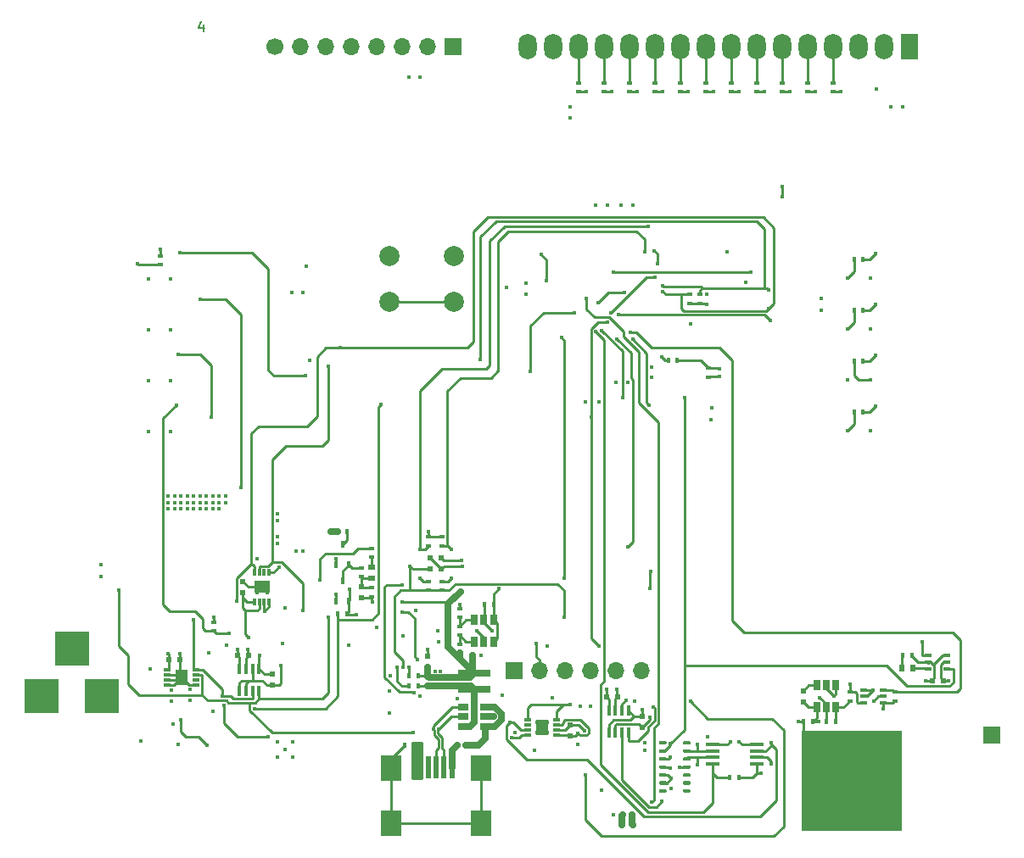
<source format=gbr>
G04 #@! TF.GenerationSoftware,KiCad,Pcbnew,(5.1.8)-1*
G04 #@! TF.CreationDate,2021-01-22T21:00:44-06:00*
G04 #@! TF.ProjectId,Pulse_Oximeter,50756c73-655f-44f7-9869-6d657465722e,rev?*
G04 #@! TF.SameCoordinates,Original*
G04 #@! TF.FileFunction,Copper,L4,Bot*
G04 #@! TF.FilePolarity,Positive*
%FSLAX46Y46*%
G04 Gerber Fmt 4.6, Leading zero omitted, Abs format (unit mm)*
G04 Created by KiCad (PCBNEW (5.1.8)-1) date 2021-01-22 21:00:44*
%MOMM*%
%LPD*%
G01*
G04 APERTURE LIST*
G04 #@! TA.AperFunction,NonConductor*
%ADD10C,0.200000*%
G04 #@! TD*
G04 #@! TA.AperFunction,ComponentPad*
%ADD11R,1.800000X2.600000*%
G04 #@! TD*
G04 #@! TA.AperFunction,ComponentPad*
%ADD12O,1.800000X2.600000*%
G04 #@! TD*
G04 #@! TA.AperFunction,SMDPad,CuDef*
%ADD13R,0.650000X0.400000*%
G04 #@! TD*
G04 #@! TA.AperFunction,SMDPad,CuDef*
%ADD14R,0.400000X0.600000*%
G04 #@! TD*
G04 #@! TA.AperFunction,SMDPad,CuDef*
%ADD15R,0.600000X0.700000*%
G04 #@! TD*
G04 #@! TA.AperFunction,SMDPad,CuDef*
%ADD16R,0.600000X0.500000*%
G04 #@! TD*
G04 #@! TA.AperFunction,SMDPad,CuDef*
%ADD17R,0.600000X0.400000*%
G04 #@! TD*
G04 #@! TA.AperFunction,SMDPad,CuDef*
%ADD18R,0.650000X1.060000*%
G04 #@! TD*
G04 #@! TA.AperFunction,SMDPad,CuDef*
%ADD19R,1.060000X0.650000*%
G04 #@! TD*
G04 #@! TA.AperFunction,SMDPad,CuDef*
%ADD20R,1.500000X1.300000*%
G04 #@! TD*
G04 #@! TA.AperFunction,SMDPad,CuDef*
%ADD21R,0.300000X0.750000*%
G04 #@! TD*
G04 #@! TA.AperFunction,ComponentPad*
%ADD22R,1.700000X1.700000*%
G04 #@! TD*
G04 #@! TA.AperFunction,SMDPad,CuDef*
%ADD23R,10.000000X10.000000*%
G04 #@! TD*
G04 #@! TA.AperFunction,SMDPad,CuDef*
%ADD24R,3.200000X0.800000*%
G04 #@! TD*
G04 #@! TA.AperFunction,SMDPad,CuDef*
%ADD25R,0.450000X0.700000*%
G04 #@! TD*
G04 #@! TA.AperFunction,ComponentPad*
%ADD26O,1.700000X1.700000*%
G04 #@! TD*
G04 #@! TA.AperFunction,SMDPad,CuDef*
%ADD27R,2.000000X2.500000*%
G04 #@! TD*
G04 #@! TA.AperFunction,SMDPad,CuDef*
%ADD28R,0.500000X2.300000*%
G04 #@! TD*
G04 #@! TA.AperFunction,SMDPad,CuDef*
%ADD29R,0.700000X0.600000*%
G04 #@! TD*
G04 #@! TA.AperFunction,SMDPad,CuDef*
%ADD30R,0.500000X0.600000*%
G04 #@! TD*
G04 #@! TA.AperFunction,SMDPad,CuDef*
%ADD31R,0.400000X1.060000*%
G04 #@! TD*
G04 #@! TA.AperFunction,ComponentPad*
%ADD32C,1.700000*%
G04 #@! TD*
G04 #@! TA.AperFunction,SMDPad,CuDef*
%ADD33R,1.300000X1.500000*%
G04 #@! TD*
G04 #@! TA.AperFunction,SMDPad,CuDef*
%ADD34R,0.750000X0.300000*%
G04 #@! TD*
G04 #@! TA.AperFunction,ComponentPad*
%ADD35R,3.500000X3.500000*%
G04 #@! TD*
G04 #@! TA.AperFunction,ComponentPad*
%ADD36C,2.000000*%
G04 #@! TD*
G04 #@! TA.AperFunction,SMDPad,CuDef*
%ADD37R,1.450000X0.450000*%
G04 #@! TD*
G04 #@! TA.AperFunction,ViaPad*
%ADD38C,0.431800*%
G04 #@! TD*
G04 #@! TA.AperFunction,Conductor*
%ADD39C,0.254000*%
G04 #@! TD*
G04 #@! TA.AperFunction,Conductor*
%ADD40C,0.635000*%
G04 #@! TD*
G04 #@! TA.AperFunction,Conductor*
%ADD41C,0.399800*%
G04 #@! TD*
G04 #@! TA.AperFunction,Conductor*
%ADD42C,0.100000*%
G04 #@! TD*
G04 APERTURE END LIST*
D10*
X113728476Y-59412214D02*
X113728476Y-60078880D01*
X113490380Y-59031261D02*
X113252285Y-59745547D01*
X113871333Y-59745547D01*
D11*
X184187600Y-61592500D03*
D12*
X181647600Y-61592500D03*
X179107600Y-61592500D03*
X176567600Y-61592500D03*
X174027600Y-61592500D03*
X171487600Y-61592500D03*
X168947600Y-61592500D03*
X166407600Y-61592500D03*
X163867600Y-61592500D03*
X161327600Y-61592500D03*
X158787600Y-61592500D03*
X156247600Y-61592500D03*
X153707600Y-61592500D03*
X151167600Y-61592500D03*
X148627600Y-61592500D03*
X146087600Y-61592500D03*
D13*
X186058000Y-122419000D03*
X186058000Y-123719000D03*
X187958000Y-123069000D03*
X186058000Y-123069000D03*
X187958000Y-123719000D03*
X187958000Y-122419000D03*
D14*
X183573000Y-122428000D03*
X184473000Y-122428000D03*
D15*
X184573000Y-123634000D03*
X183473000Y-123634000D03*
D16*
X187558000Y-124904000D03*
X186458000Y-124904000D03*
D14*
X161042000Y-92961500D03*
X160142000Y-92961500D03*
D17*
X164148000Y-93718000D03*
X164148000Y-94618000D03*
D13*
X181544000Y-127142000D03*
X181544000Y-125842000D03*
X179644000Y-126492000D03*
X181544000Y-126492000D03*
X179644000Y-125842000D03*
X179644000Y-127142000D03*
D18*
X175895000Y-125392000D03*
X176845000Y-125392000D03*
X174945000Y-125392000D03*
X174945000Y-127592000D03*
X175895000Y-127592000D03*
X176845000Y-127592000D03*
D19*
X139680000Y-128524000D03*
X139680000Y-127574000D03*
X139680000Y-129474000D03*
X141880000Y-129474000D03*
X141880000Y-128524000D03*
X141880000Y-127574000D03*
D18*
X141732000Y-118852000D03*
X142682000Y-118852000D03*
X140782000Y-118852000D03*
X140782000Y-121052000D03*
X141732000Y-121052000D03*
X142682000Y-121052000D03*
D20*
X119570000Y-115570000D03*
D21*
X118820000Y-117020000D03*
X119320000Y-117020000D03*
X119820000Y-117020000D03*
X120320000Y-117020000D03*
X120320000Y-114120000D03*
X119820000Y-114120000D03*
X119320000Y-114120000D03*
X118820000Y-114120000D03*
D22*
X192405000Y-130366000D03*
D23*
X178435000Y-134938000D03*
D14*
X178684000Y-98105000D03*
X179584000Y-98105000D03*
X179584000Y-93025000D03*
X178684000Y-93025000D03*
X178684000Y-87945000D03*
X179584000Y-87945000D03*
X178684000Y-82865000D03*
X179584000Y-82865000D03*
D17*
X109410000Y-82478500D03*
X109410000Y-83378500D03*
X178244000Y-126942000D03*
X178244000Y-126042000D03*
D14*
X175953000Y-129032000D03*
X176853000Y-129032000D03*
X173667000Y-129032000D03*
X174567000Y-129032000D03*
D17*
X151194000Y-66106500D03*
X151194000Y-65206500D03*
X153734000Y-66106500D03*
X153734000Y-65206500D03*
X156274000Y-66106500D03*
X156274000Y-65206500D03*
X171514000Y-65206500D03*
X171514000Y-66106500D03*
X158814000Y-66106500D03*
X158814000Y-65206500D03*
X161354000Y-66106500D03*
X161354000Y-65206500D03*
X163894000Y-66106500D03*
X163894000Y-65206500D03*
X166434000Y-66106500D03*
X166434000Y-65206500D03*
X168974000Y-66106500D03*
X168974000Y-65206500D03*
X174054000Y-66106500D03*
X174054000Y-65206500D03*
X176594000Y-66106500D03*
X176594000Y-65206500D03*
X137541000Y-114993000D03*
X137541000Y-115893000D03*
X136208000Y-114993000D03*
X136208000Y-115893000D03*
D14*
X135197000Y-125476000D03*
X134297000Y-125476000D03*
D17*
X136144000Y-125418000D03*
X136144000Y-124518000D03*
X137160000Y-125418000D03*
X137160000Y-124518000D03*
D24*
X140780000Y-125768000D03*
X140780000Y-124168000D03*
D17*
X137541000Y-111448000D03*
X137541000Y-110548000D03*
D14*
X142690000Y-117348000D03*
X141790000Y-117348000D03*
D17*
X139319000Y-117724000D03*
X139319000Y-118624000D03*
X139319000Y-119502000D03*
X139319000Y-120402000D03*
X139319000Y-121280000D03*
X139319000Y-122180000D03*
D14*
X128085000Y-110046000D03*
X127185000Y-110046000D03*
D17*
X129476000Y-113660000D03*
X129476000Y-114560000D03*
X130556000Y-112591000D03*
X130556000Y-111691000D03*
X130556000Y-116528000D03*
X130556000Y-115628000D03*
D14*
X128085000Y-118237000D03*
X127185000Y-118237000D03*
D17*
X114808000Y-119057000D03*
X114808000Y-119957000D03*
D25*
X127635000Y-111332000D03*
X126985000Y-113332000D03*
X128285000Y-113332000D03*
X127635000Y-114951000D03*
X126985000Y-116951000D03*
X128285000Y-116951000D03*
D14*
X133852000Y-131382000D03*
X134752000Y-131382000D03*
X139960000Y-131382000D03*
X139060000Y-131382000D03*
D26*
X157416000Y-123952000D03*
X154876000Y-123952000D03*
X152336000Y-123952000D03*
X149796000Y-123952000D03*
X147256000Y-123952000D03*
D22*
X144716000Y-123952000D03*
D27*
X132520000Y-139198000D03*
X132520000Y-133698000D03*
X141420000Y-139198000D03*
X141420000Y-133698000D03*
D28*
X135370000Y-133598000D03*
X136170000Y-133598000D03*
X136970000Y-133598000D03*
X137770000Y-133598000D03*
X138570000Y-133598000D03*
D29*
X130556000Y-114660000D03*
X130556000Y-113560000D03*
D30*
X173609000Y-127042000D03*
X173609000Y-125942000D03*
X136334000Y-112670000D03*
X136334000Y-113770000D03*
X136144000Y-122450000D03*
X136144000Y-123550000D03*
X117666000Y-115020000D03*
X117666000Y-116120000D03*
X129476000Y-116628000D03*
X129476000Y-115528000D03*
D31*
X154214000Y-130132000D03*
X154864000Y-130132000D03*
X155524000Y-130132000D03*
X156174000Y-130132000D03*
X156174000Y-127932000D03*
X155524000Y-127932000D03*
X154864000Y-127932000D03*
X154214000Y-127932000D03*
D30*
X157544000Y-129582000D03*
X157544000Y-128482000D03*
D22*
X138620000Y-61592500D03*
D26*
X136080000Y-61592500D03*
X133540000Y-61592500D03*
X131000000Y-61592500D03*
X128460000Y-61592500D03*
X125920000Y-61592500D03*
X123380000Y-61592500D03*
D32*
X120840000Y-61592500D03*
D33*
X147574000Y-129604000D03*
D34*
X149024000Y-130354000D03*
X149024000Y-129854000D03*
X149024000Y-129354000D03*
X149024000Y-128854000D03*
X146124000Y-128854000D03*
X146124000Y-129354000D03*
X146124000Y-129854000D03*
X146124000Y-130354000D03*
D16*
X155046000Y-126556000D03*
X153946000Y-126556000D03*
D30*
X150304000Y-129371000D03*
X150304000Y-130471000D03*
D16*
X118216000Y-122428000D03*
X117116000Y-122428000D03*
D30*
X120586000Y-125391000D03*
X120586000Y-124291000D03*
D16*
X110258000Y-122808000D03*
X111358000Y-122808000D03*
D30*
X137478000Y-113770000D03*
X137478000Y-112670000D03*
D16*
X156570000Y-139319000D03*
X155470000Y-139319000D03*
D35*
X103632000Y-126428000D03*
X97632000Y-126428000D03*
X100632000Y-121728000D03*
D17*
X162306000Y-87252000D03*
X162306000Y-86352000D03*
X163322000Y-86352000D03*
X163322000Y-87252000D03*
X136208000Y-111448000D03*
X136208000Y-110548000D03*
D14*
X135197000Y-124396000D03*
X134297000Y-124396000D03*
D17*
X138176000Y-124518000D03*
X138176000Y-125418000D03*
D14*
X166300000Y-134556000D03*
X167200000Y-134556000D03*
D36*
X132270000Y-87047500D03*
X132270000Y-82547500D03*
X138770000Y-87047500D03*
X138770000Y-82547500D03*
D31*
X117328000Y-125936000D03*
X117978000Y-125936000D03*
X118638000Y-125936000D03*
X119288000Y-125936000D03*
X119288000Y-123736000D03*
X118638000Y-123736000D03*
X117978000Y-123736000D03*
X117328000Y-123736000D03*
D34*
X112994000Y-123852000D03*
X112994000Y-124352000D03*
X112994000Y-124852000D03*
X112994000Y-125352000D03*
X110094000Y-125352000D03*
X110094000Y-124852000D03*
X110094000Y-124352000D03*
X110094000Y-123852000D03*
D33*
X111544000Y-124602000D03*
D37*
X168950000Y-131295000D03*
X168950000Y-131945000D03*
X168950000Y-132595000D03*
X168950000Y-133245000D03*
X164550000Y-133245000D03*
X164550000Y-132595000D03*
X164550000Y-131945000D03*
X164550000Y-131295000D03*
G04 #@! TA.AperFunction,SMDPad,CuDef*
G36*
G01*
X162357000Y-131052500D02*
X162357000Y-131227500D01*
G75*
G02*
X162269500Y-131315000I-87500J0D01*
G01*
X161694500Y-131315000D01*
G75*
G02*
X161607000Y-131227500I0J87500D01*
G01*
X161607000Y-131052500D01*
G75*
G02*
X161694500Y-130965000I87500J0D01*
G01*
X162269500Y-130965000D01*
G75*
G02*
X162357000Y-131052500I0J-87500D01*
G01*
G37*
G04 #@! TD.AperFunction*
G04 #@! TA.AperFunction,SMDPad,CuDef*
G36*
G01*
X162357000Y-131852500D02*
X162357000Y-132027500D01*
G75*
G02*
X162269500Y-132115000I-87500J0D01*
G01*
X161694500Y-132115000D01*
G75*
G02*
X161607000Y-132027500I0J87500D01*
G01*
X161607000Y-131852500D01*
G75*
G02*
X161694500Y-131765000I87500J0D01*
G01*
X162269500Y-131765000D01*
G75*
G02*
X162357000Y-131852500I0J-87500D01*
G01*
G37*
G04 #@! TD.AperFunction*
G04 #@! TA.AperFunction,SMDPad,CuDef*
G36*
G01*
X162357000Y-132652500D02*
X162357000Y-132827500D01*
G75*
G02*
X162269500Y-132915000I-87500J0D01*
G01*
X161694500Y-132915000D01*
G75*
G02*
X161607000Y-132827500I0J87500D01*
G01*
X161607000Y-132652500D01*
G75*
G02*
X161694500Y-132565000I87500J0D01*
G01*
X162269500Y-132565000D01*
G75*
G02*
X162357000Y-132652500I0J-87500D01*
G01*
G37*
G04 #@! TD.AperFunction*
G04 #@! TA.AperFunction,SMDPad,CuDef*
G36*
G01*
X162357000Y-133452500D02*
X162357000Y-133627500D01*
G75*
G02*
X162269500Y-133715000I-87500J0D01*
G01*
X161694500Y-133715000D01*
G75*
G02*
X161607000Y-133627500I0J87500D01*
G01*
X161607000Y-133452500D01*
G75*
G02*
X161694500Y-133365000I87500J0D01*
G01*
X162269500Y-133365000D01*
G75*
G02*
X162357000Y-133452500I0J-87500D01*
G01*
G37*
G04 #@! TD.AperFunction*
G04 #@! TA.AperFunction,SMDPad,CuDef*
G36*
G01*
X162357000Y-134252500D02*
X162357000Y-134427500D01*
G75*
G02*
X162269500Y-134515000I-87500J0D01*
G01*
X161694500Y-134515000D01*
G75*
G02*
X161607000Y-134427500I0J87500D01*
G01*
X161607000Y-134252500D01*
G75*
G02*
X161694500Y-134165000I87500J0D01*
G01*
X162269500Y-134165000D01*
G75*
G02*
X162357000Y-134252500I0J-87500D01*
G01*
G37*
G04 #@! TD.AperFunction*
G04 #@! TA.AperFunction,SMDPad,CuDef*
G36*
G01*
X162357000Y-135052500D02*
X162357000Y-135227500D01*
G75*
G02*
X162269500Y-135315000I-87500J0D01*
G01*
X161694500Y-135315000D01*
G75*
G02*
X161607000Y-135227500I0J87500D01*
G01*
X161607000Y-135052500D01*
G75*
G02*
X161694500Y-134965000I87500J0D01*
G01*
X162269500Y-134965000D01*
G75*
G02*
X162357000Y-135052500I0J-87500D01*
G01*
G37*
G04 #@! TD.AperFunction*
G04 #@! TA.AperFunction,SMDPad,CuDef*
G36*
G01*
X162357000Y-135852500D02*
X162357000Y-136027500D01*
G75*
G02*
X162269500Y-136115000I-87500J0D01*
G01*
X161694500Y-136115000D01*
G75*
G02*
X161607000Y-136027500I0J87500D01*
G01*
X161607000Y-135852500D01*
G75*
G02*
X161694500Y-135765000I87500J0D01*
G01*
X162269500Y-135765000D01*
G75*
G02*
X162357000Y-135852500I0J-87500D01*
G01*
G37*
G04 #@! TD.AperFunction*
G04 #@! TA.AperFunction,SMDPad,CuDef*
G36*
G01*
X159957000Y-135852500D02*
X159957000Y-136027500D01*
G75*
G02*
X159869500Y-136115000I-87500J0D01*
G01*
X159294500Y-136115000D01*
G75*
G02*
X159207000Y-136027500I0J87500D01*
G01*
X159207000Y-135852500D01*
G75*
G02*
X159294500Y-135765000I87500J0D01*
G01*
X159869500Y-135765000D01*
G75*
G02*
X159957000Y-135852500I0J-87500D01*
G01*
G37*
G04 #@! TD.AperFunction*
G04 #@! TA.AperFunction,SMDPad,CuDef*
G36*
G01*
X159957000Y-135052500D02*
X159957000Y-135227500D01*
G75*
G02*
X159869500Y-135315000I-87500J0D01*
G01*
X159294500Y-135315000D01*
G75*
G02*
X159207000Y-135227500I0J87500D01*
G01*
X159207000Y-135052500D01*
G75*
G02*
X159294500Y-134965000I87500J0D01*
G01*
X159869500Y-134965000D01*
G75*
G02*
X159957000Y-135052500I0J-87500D01*
G01*
G37*
G04 #@! TD.AperFunction*
G04 #@! TA.AperFunction,SMDPad,CuDef*
G36*
G01*
X159957000Y-134252500D02*
X159957000Y-134427500D01*
G75*
G02*
X159869500Y-134515000I-87500J0D01*
G01*
X159294500Y-134515000D01*
G75*
G02*
X159207000Y-134427500I0J87500D01*
G01*
X159207000Y-134252500D01*
G75*
G02*
X159294500Y-134165000I87500J0D01*
G01*
X159869500Y-134165000D01*
G75*
G02*
X159957000Y-134252500I0J-87500D01*
G01*
G37*
G04 #@! TD.AperFunction*
G04 #@! TA.AperFunction,SMDPad,CuDef*
G36*
G01*
X159957000Y-133452500D02*
X159957000Y-133627500D01*
G75*
G02*
X159869500Y-133715000I-87500J0D01*
G01*
X159294500Y-133715000D01*
G75*
G02*
X159207000Y-133627500I0J87500D01*
G01*
X159207000Y-133452500D01*
G75*
G02*
X159294500Y-133365000I87500J0D01*
G01*
X159869500Y-133365000D01*
G75*
G02*
X159957000Y-133452500I0J-87500D01*
G01*
G37*
G04 #@! TD.AperFunction*
G04 #@! TA.AperFunction,SMDPad,CuDef*
G36*
G01*
X159957000Y-132652500D02*
X159957000Y-132827500D01*
G75*
G02*
X159869500Y-132915000I-87500J0D01*
G01*
X159294500Y-132915000D01*
G75*
G02*
X159207000Y-132827500I0J87500D01*
G01*
X159207000Y-132652500D01*
G75*
G02*
X159294500Y-132565000I87500J0D01*
G01*
X159869500Y-132565000D01*
G75*
G02*
X159957000Y-132652500I0J-87500D01*
G01*
G37*
G04 #@! TD.AperFunction*
G04 #@! TA.AperFunction,SMDPad,CuDef*
G36*
G01*
X159957000Y-131852500D02*
X159957000Y-132027500D01*
G75*
G02*
X159869500Y-132115000I-87500J0D01*
G01*
X159294500Y-132115000D01*
G75*
G02*
X159207000Y-132027500I0J87500D01*
G01*
X159207000Y-131852500D01*
G75*
G02*
X159294500Y-131765000I87500J0D01*
G01*
X159869500Y-131765000D01*
G75*
G02*
X159957000Y-131852500I0J-87500D01*
G01*
G37*
G04 #@! TD.AperFunction*
G04 #@! TA.AperFunction,SMDPad,CuDef*
G36*
G01*
X159957000Y-131052500D02*
X159957000Y-131227500D01*
G75*
G02*
X159869500Y-131315000I-87500J0D01*
G01*
X159294500Y-131315000D01*
G75*
G02*
X159207000Y-131227500I0J87500D01*
G01*
X159207000Y-131052500D01*
G75*
G02*
X159294500Y-130965000I87500J0D01*
G01*
X159869500Y-130965000D01*
G75*
G02*
X159957000Y-131052500I0J-87500D01*
G01*
G37*
G04 #@! TD.AperFunction*
D17*
X182753000Y-126042000D03*
X182753000Y-126942000D03*
D38*
X108458000Y-123762000D03*
X136144000Y-121793000D03*
X141478000Y-122428000D03*
X148018000Y-121476000D03*
X139573000Y-113474000D03*
X139319000Y-117284000D03*
X141034000Y-119952000D03*
X142684000Y-128524000D03*
X132398000Y-124460000D03*
X132270000Y-128143000D03*
X135318000Y-126492000D03*
X139065000Y-126746000D03*
X181546000Y-127698000D03*
X180594000Y-125857000D03*
X175260000Y-126619000D03*
X162370000Y-89281000D03*
X114808000Y-118554000D03*
X167894000Y-85153500D03*
X151956000Y-66103500D03*
X154496000Y-66103500D03*
X157036000Y-66103500D03*
X159576000Y-66103500D03*
X162116000Y-66103500D03*
X164656000Y-66103500D03*
X167196000Y-66103500D03*
X169736000Y-66103500D03*
X174816000Y-66103500D03*
X177356000Y-66103500D03*
X188087000Y-124922000D03*
X123000000Y-111950000D03*
X123634000Y-111950000D03*
X121094000Y-110554000D03*
X121094000Y-111188000D03*
X121094000Y-108268000D03*
X121094000Y-108902000D03*
X119062000Y-112712000D03*
X119062000Y-115080000D03*
X120078000Y-115080000D03*
X119570000Y-115570000D03*
X119062000Y-116096000D03*
X120078000Y-116096000D03*
X147574000Y-129604000D03*
X144844000Y-130112000D03*
X146812000Y-131890000D03*
X151765000Y-129921000D03*
X151130000Y-131318000D03*
X151320000Y-127508000D03*
X152336000Y-127508000D03*
X150304000Y-127318000D03*
X155575000Y-138303000D03*
X157798000Y-131844000D03*
X160338000Y-132542000D03*
X161290000Y-133558000D03*
X160401000Y-135718000D03*
X158306000Y-128542000D03*
X155892000Y-126891000D03*
X147066000Y-130130000D03*
X148082000Y-130130000D03*
X148082000Y-129114000D03*
X147066000Y-129114000D03*
X137160000Y-119906000D03*
X134747000Y-134448000D03*
X134747000Y-133749000D03*
X134747000Y-133050000D03*
X134747000Y-132352000D03*
X135382000Y-131908000D03*
X135382000Y-131209000D03*
X136906000Y-123975000D03*
X137384000Y-123975000D03*
X134239000Y-64661000D03*
X121920000Y-117684000D03*
X121158000Y-132542000D03*
X122682000Y-132542000D03*
X122682000Y-131018000D03*
X121158000Y-131018000D03*
X121920000Y-131780000D03*
X114110000Y-131400000D03*
X111379000Y-122192000D03*
X121285000Y-113556000D03*
X103505000Y-114508000D03*
X158432000Y-93617000D03*
X165227000Y-93744000D03*
X164465000Y-97681000D03*
X175387000Y-86759000D03*
X183515000Y-67645500D03*
X180912000Y-65867500D03*
X150368000Y-68725000D03*
X154051000Y-77424500D03*
X155448000Y-77424500D03*
X163965000Y-86314500D03*
X154940000Y-95141000D03*
X153226000Y-97046000D03*
X145923000Y-85235000D03*
X108268000Y-84790500D03*
X108268000Y-89870500D03*
X108268000Y-94950500D03*
X108268000Y-100030000D03*
X177990000Y-84727000D03*
X177990000Y-89807000D03*
X177990000Y-94887000D03*
X177990000Y-99967000D03*
X119824000Y-118001000D03*
X124333000Y-92898000D03*
X143954000Y-85659000D03*
X124016000Y-83563500D03*
X123698000Y-86167000D03*
X111475900Y-128830902D03*
X164084000Y-130556000D03*
X130619500Y-117030500D03*
X127000000Y-112712500D03*
X127000000Y-116268500D03*
X114236500Y-122110500D03*
X109474000Y-81851500D03*
X121475500Y-123444000D03*
X169418000Y-134175500D03*
X125349000Y-114871500D03*
X118174000Y-121811000D03*
X117158000Y-121811000D03*
X136208000Y-110046000D03*
X139504000Y-112920000D03*
X142558000Y-119952000D03*
X132334000Y-125920000D03*
X143574000Y-126365000D03*
X180615000Y-126953000D03*
X176657000Y-126428000D03*
X167196000Y-131000000D03*
X116014000Y-121412000D03*
X165989000Y-82105500D03*
X185801000Y-124922000D03*
X115316000Y-107760000D03*
X114681000Y-107760000D03*
X114046000Y-107760000D03*
X113411000Y-107760000D03*
X112776000Y-107760000D03*
X112141000Y-107760000D03*
X111506000Y-107760000D03*
X110871000Y-107760000D03*
X110236000Y-107760000D03*
X115951000Y-107124000D03*
X115316000Y-107124000D03*
X114681000Y-107124000D03*
X114046000Y-107124000D03*
X113411000Y-107124000D03*
X112776000Y-107124000D03*
X112141000Y-107124000D03*
X111506000Y-107124000D03*
X110871000Y-107124000D03*
X110236000Y-107124000D03*
X115951000Y-106490000D03*
X115316000Y-106490000D03*
X114681000Y-106490000D03*
X114046000Y-106490000D03*
X113411000Y-106490000D03*
X112776000Y-106490000D03*
X112141000Y-106490000D03*
X111506000Y-106490000D03*
X110871000Y-106490000D03*
X110236000Y-106490000D03*
X151130000Y-130175000D03*
X154622000Y-138303000D03*
X156528000Y-138303000D03*
X157798000Y-131146000D03*
X157544000Y-127780000D03*
X133668000Y-120478000D03*
X137224000Y-121049000D03*
X135382000Y-64661000D03*
X110236000Y-122192000D03*
X103505000Y-113366000D03*
X158432000Y-94633000D03*
X164402000Y-98824000D03*
X175387000Y-87902000D03*
X182372000Y-67645500D03*
X150368000Y-67645500D03*
X152908000Y-77424500D03*
X156591000Y-77424500D03*
X163957000Y-87330500D03*
X156083000Y-95141000D03*
X151828000Y-97046000D03*
X145923000Y-86314500D03*
X110490000Y-84790500D03*
X110490000Y-89870500D03*
X110490000Y-94950500D03*
X110490000Y-100030000D03*
X180276000Y-84727000D03*
X180276000Y-89807000D03*
X180276000Y-94887000D03*
X180276000Y-99967000D03*
X122554000Y-86167000D03*
X172276000Y-66103500D03*
X126428000Y-110046000D03*
X119316500Y-122428000D03*
X118237000Y-120586500D03*
X166306000Y-131000000D03*
X148526500Y-126619000D03*
X156781500Y-127000000D03*
X155004000Y-125748000D03*
X153988000Y-125748000D03*
X133604000Y-117030000D03*
X139446000Y-116014000D03*
X140589000Y-122428000D03*
X136690000Y-129730000D03*
X137249000Y-129730000D03*
X133096000Y-123589000D03*
X134239000Y-123589000D03*
X151960400Y-86750600D03*
X158482313Y-137071528D03*
X105317900Y-115916500D03*
X134689200Y-130130500D03*
X123682100Y-117905000D03*
X126199700Y-118575700D03*
X144356300Y-129102000D03*
X158668800Y-127522700D03*
X126207100Y-93547800D03*
X170370000Y-131128000D03*
X170180000Y-85915500D03*
X134937500Y-117919500D03*
X131000500Y-119634000D03*
X141398100Y-92853400D03*
X159576000Y-85468500D03*
X115834800Y-127370000D03*
X115639300Y-126429500D03*
X120219500Y-130496900D03*
X117047100Y-116969700D03*
X112773300Y-118814300D03*
X144521000Y-130604600D03*
X127408000Y-91679000D03*
X170370000Y-133223000D03*
X170180000Y-87757000D03*
X159576000Y-86040000D03*
X153479500Y-135890000D03*
X159512000Y-136969500D03*
X158128900Y-79537100D03*
X135382000Y-111824000D03*
X138494000Y-111824000D03*
X157754000Y-82125500D03*
X128334000Y-115824000D03*
X121602500Y-121221500D03*
X128206500Y-121348500D03*
X129032000Y-118300500D03*
X156583800Y-90847600D03*
X158205400Y-97445500D03*
X111034900Y-97422900D03*
X116332000Y-120160000D03*
X111414900Y-82146100D03*
X123907100Y-94470200D03*
X118884500Y-127713500D03*
X131445004Y-97345500D03*
X114681000Y-128016000D03*
X111257900Y-92306600D03*
X114492500Y-98568400D03*
X152435000Y-98568400D03*
X158781700Y-84624100D03*
X154400200Y-88160500D03*
X154046300Y-89101000D03*
X153263900Y-121502700D03*
X151828500Y-134302500D03*
X162369500Y-127000000D03*
X158305500Y-115697000D03*
X158369000Y-113982500D03*
X159067500Y-83248500D03*
X158750000Y-81978500D03*
X165227000Y-94569500D03*
X159448000Y-92601000D03*
X155040200Y-90797400D03*
X117483300Y-105655100D03*
X113461500Y-86819200D03*
X143225800Y-115738600D03*
X156083000Y-111569500D03*
X149774400Y-114677900D03*
X149485500Y-90659900D03*
X185467100Y-121010500D03*
X152905300Y-90044000D03*
X161743300Y-96637300D03*
X155556900Y-96637300D03*
X153474300Y-89944400D03*
X160317000Y-131226000D03*
X147447000Y-82359500D03*
X147996000Y-84959200D03*
X171514000Y-75539600D03*
X171514000Y-76581000D03*
X168402000Y-84137500D03*
X154622000Y-84137500D03*
X180848000Y-82250500D03*
X180848000Y-87330500D03*
X170307000Y-88963500D03*
X155194000Y-88392000D03*
X180848000Y-92410500D03*
X180848000Y-97490500D03*
X156337000Y-90106500D03*
X107506000Y-130955000D03*
X111188000Y-131272000D03*
X110554000Y-125875000D03*
X112432000Y-125821000D03*
X112418000Y-126900000D03*
X110554000Y-126954000D03*
X110744000Y-129222500D03*
X133668000Y-123571000D03*
X149733000Y-118554000D03*
X134366000Y-113474000D03*
X160401000Y-134702000D03*
X160338000Y-133622000D03*
X175133000Y-129032000D03*
X178244000Y-125286000D03*
X133604000Y-118046000D03*
X135128000Y-122809000D03*
X135382000Y-114681000D03*
X146994600Y-121196800D03*
X133540000Y-115380000D03*
X134747000Y-126111000D03*
X138494000Y-114681000D03*
X163068000Y-131318000D03*
X163068000Y-133286000D03*
X173101000Y-129032000D03*
X146385100Y-94021900D03*
X150738900Y-88148500D03*
X153103800Y-87203100D03*
X155765100Y-86130700D03*
X107188000Y-83312000D03*
D39*
X187560000Y-124902000D02*
X188066000Y-124902000D01*
X188066000Y-124902000D02*
X188087000Y-124922000D01*
X187494000Y-124902000D02*
X187560000Y-124902000D01*
X117328000Y-125116000D02*
X117328000Y-125936000D01*
X118226000Y-124904000D02*
X117538000Y-124904000D01*
X117538000Y-124904000D02*
X117328000Y-125116000D01*
X118746000Y-124904000D02*
X118226000Y-124904000D01*
X120586000Y-125391000D02*
X120082000Y-125391000D01*
X120082000Y-125391000D02*
X119596000Y-124904000D01*
X119596000Y-124904000D02*
X118746000Y-124904000D01*
X178684000Y-82865000D02*
X178684000Y-84034000D01*
X178684000Y-84034000D02*
X177990000Y-84727000D01*
X178684000Y-87945000D02*
X178684000Y-89114000D01*
X178684000Y-89114000D02*
X177990000Y-89807000D01*
X178684000Y-98105000D02*
X178684000Y-99274000D01*
X178684000Y-99274000D02*
X177990000Y-99967000D01*
X136144000Y-122450000D02*
X136144000Y-121793000D01*
X139573000Y-113474000D02*
X137774000Y-113474000D01*
X137774000Y-113474000D02*
X137478000Y-113770000D01*
X136334000Y-112670000D02*
X136378000Y-112670000D01*
X136378000Y-112670000D02*
X137478000Y-113770000D01*
X139319000Y-117724000D02*
X139319000Y-117284000D01*
X141732000Y-121052000D02*
X141732000Y-120650000D01*
X141732000Y-120650000D02*
X141034000Y-119952000D01*
D40*
X141880000Y-128524000D02*
X142684000Y-128524000D01*
D39*
X181544000Y-127142000D02*
X181544000Y-127696000D01*
X181544000Y-127696000D02*
X181546000Y-127698000D01*
X181544000Y-127142000D02*
X182553000Y-127142000D01*
X182553000Y-127142000D02*
X182753000Y-126942000D01*
X179644000Y-125842000D02*
X180579000Y-125842000D01*
X180579000Y-125842000D02*
X180594000Y-125857000D01*
X179644000Y-126492000D02*
X179959000Y-126492000D01*
X179959000Y-126492000D02*
X180594000Y-125857000D01*
X175895000Y-127592000D02*
X175895000Y-127254000D01*
X175895000Y-127254000D02*
X175260000Y-126619000D01*
X175953000Y-129032000D02*
X175953000Y-127650000D01*
X175953000Y-127650000D02*
X175895000Y-127592000D01*
X114808000Y-119057000D02*
X114808000Y-118554000D01*
X151194000Y-66106500D02*
X151952000Y-66106500D01*
X151952000Y-66106500D02*
X151956000Y-66103500D01*
X153734000Y-66106500D02*
X154492000Y-66106500D01*
X154492000Y-66106500D02*
X154496000Y-66103500D01*
X156274000Y-66106500D02*
X157032000Y-66106500D01*
X157032000Y-66106500D02*
X157036000Y-66103500D01*
X158814000Y-66106500D02*
X159572000Y-66106500D01*
X159572000Y-66106500D02*
X159576000Y-66103500D01*
X161354000Y-66106500D02*
X162112000Y-66106500D01*
X162112000Y-66106500D02*
X162116000Y-66103500D01*
X163894000Y-66106500D02*
X164652000Y-66106500D01*
X164652000Y-66106500D02*
X164656000Y-66103500D01*
X166434000Y-66106500D02*
X167192000Y-66106500D01*
X167192000Y-66106500D02*
X167196000Y-66103500D01*
X168974000Y-66106500D02*
X169732000Y-66106500D01*
X169732000Y-66106500D02*
X169736000Y-66103500D01*
X174054000Y-66106500D02*
X174812000Y-66106500D01*
X174812000Y-66106500D02*
X174816000Y-66103500D01*
X176594000Y-66106500D02*
X177352000Y-66106500D01*
X177352000Y-66106500D02*
X177356000Y-66103500D01*
X187558000Y-124904000D02*
X187325000Y-124672000D01*
X187325000Y-124672000D02*
X187325000Y-123369000D01*
X187325000Y-123369000D02*
X187625000Y-123069000D01*
X187625000Y-123069000D02*
X187958000Y-123069000D01*
X146124000Y-128854000D02*
X146124000Y-127624000D01*
X146124000Y-127624000D02*
X146431000Y-127318000D01*
X146431000Y-127318000D02*
X149670000Y-127318000D01*
X149024000Y-128854000D02*
X149024000Y-127963000D01*
X149024000Y-127963000D02*
X149670000Y-127318000D01*
X149670000Y-127318000D02*
X150304000Y-127318000D01*
X149024000Y-129854000D02*
X149822000Y-129854000D01*
X149822000Y-129854000D02*
X150304000Y-129371000D01*
X150304000Y-129371000D02*
X151215000Y-129371000D01*
X151215000Y-129371000D02*
X151765000Y-129921000D01*
D40*
X155470000Y-139319000D02*
X155470000Y-138408000D01*
X155470000Y-138408000D02*
X155575000Y-138303000D01*
D39*
X159582000Y-132740000D02*
X160140000Y-132740000D01*
X160140000Y-132740000D02*
X160338000Y-132542000D01*
X161982000Y-133540000D02*
X161308000Y-133540000D01*
X161308000Y-133540000D02*
X161290000Y-133558000D01*
X157544000Y-129582000D02*
X158306000Y-128820000D01*
X158306000Y-128820000D02*
X158306000Y-128542000D01*
X155524000Y-127932000D02*
X155524000Y-127260000D01*
X155524000Y-127260000D02*
X155892000Y-126891000D01*
X157544000Y-129582000D02*
X157202000Y-129240000D01*
X157202000Y-129240000D02*
X154972000Y-129240000D01*
X154972000Y-129240000D02*
X154864000Y-129348000D01*
X154864000Y-129348000D02*
X154864000Y-130132000D01*
X111358000Y-122808000D02*
X111358000Y-122214000D01*
X111358000Y-122214000D02*
X111379000Y-122192000D01*
X120320000Y-114120000D02*
X120721000Y-114120000D01*
X120721000Y-114120000D02*
X121285000Y-113556000D01*
X120320000Y-117020000D02*
X120320000Y-117505000D01*
X120320000Y-117505000D02*
X119824000Y-118001000D01*
X119820000Y-117020000D02*
X119820000Y-117997000D01*
X119820000Y-117997000D02*
X119824000Y-118001000D01*
X119570000Y-115570000D02*
X118216000Y-115570000D01*
X118216000Y-115570000D02*
X117666000Y-115020000D01*
X161042000Y-92961500D02*
X163391000Y-92961500D01*
X163391000Y-92961500D02*
X164148000Y-93718000D01*
X164148000Y-93718000D02*
X165201000Y-93718000D01*
X165201000Y-93718000D02*
X165227000Y-93744000D01*
X112994000Y-125352000D02*
X112294000Y-125352000D01*
X112294000Y-125352000D02*
X111544000Y-124602000D01*
X110094000Y-125352000D02*
X110794000Y-125352000D01*
X110794000Y-125352000D02*
X111294000Y-124852000D01*
X110094000Y-124852000D02*
X111294000Y-124852000D01*
X110094000Y-124352000D02*
X111294000Y-124352000D01*
X111294000Y-124352000D02*
X111544000Y-124602000D01*
X111358000Y-122808000D02*
X111358000Y-124416000D01*
X111358000Y-124416000D02*
X111544000Y-124602000D01*
X117978000Y-125936000D02*
X117978000Y-125152000D01*
X117978000Y-125152000D02*
X118226000Y-124904000D01*
X118638000Y-123736000D02*
X118638000Y-124796000D01*
X118638000Y-124796000D02*
X118746000Y-124904000D01*
X111294000Y-124852000D02*
X111544000Y-124602000D01*
X167200000Y-134556000D02*
X168529500Y-134556000D01*
X168950000Y-134135500D02*
X168950000Y-133245000D01*
X168529500Y-134556000D02*
X168950000Y-134135500D01*
X130456000Y-116628000D02*
X130556000Y-116528000D01*
X129476000Y-116628000D02*
X130456000Y-116628000D01*
X130556000Y-116967000D02*
X130619500Y-117030500D01*
X130556000Y-116528000D02*
X130556000Y-116967000D01*
X126985000Y-112727500D02*
X127000000Y-112712500D01*
X126985000Y-113332000D02*
X126985000Y-112727500D01*
X126985000Y-116283500D02*
X127000000Y-116268500D01*
X126985000Y-116951000D02*
X126985000Y-116283500D01*
X112293099Y-125351099D02*
X111544000Y-124602000D01*
X112993099Y-125351099D02*
X112293099Y-125351099D01*
X112994000Y-125352000D02*
X112993099Y-125351099D01*
X109410000Y-81915500D02*
X109474000Y-81851500D01*
X109410000Y-82478500D02*
X109410000Y-81915500D01*
X120586000Y-125391000D02*
X121306500Y-125391000D01*
X121475500Y-125222000D02*
X121475500Y-123444000D01*
X121306500Y-125391000D02*
X121475500Y-125222000D01*
X111475900Y-128830902D02*
X111475900Y-130017900D01*
X111475900Y-130017900D02*
X112014000Y-130556000D01*
X113266000Y-130556000D02*
X114110000Y-131400000D01*
X112014000Y-130556000D02*
X113266000Y-130556000D01*
X169378000Y-134135500D02*
X169418000Y-134175500D01*
X168950000Y-134135500D02*
X169378000Y-134135500D01*
X130556000Y-111691000D02*
X129164500Y-111691000D01*
X129164500Y-111691000D02*
X128651000Y-112204500D01*
X128651000Y-112204500D02*
X125920500Y-112204500D01*
X125349000Y-112776000D02*
X125349000Y-114871500D01*
X125920500Y-112204500D02*
X125349000Y-112776000D01*
X118174000Y-121811000D02*
X118174000Y-122386000D01*
X118174000Y-122386000D02*
X118216000Y-122428000D01*
X117978000Y-123736000D02*
X117978000Y-122666000D01*
X117978000Y-122666000D02*
X118216000Y-122428000D01*
X117116000Y-122428000D02*
X117116000Y-121853000D01*
X117116000Y-121853000D02*
X117158000Y-121811000D01*
X117328000Y-123736000D02*
X117328000Y-122640000D01*
X117328000Y-122640000D02*
X117116000Y-122428000D01*
X117832000Y-117849900D02*
X117666000Y-117684000D01*
X117666000Y-117684000D02*
X117666000Y-116604000D01*
X119320000Y-117020000D02*
X119320000Y-117743000D01*
X119320000Y-117743000D02*
X119126000Y-117938000D01*
X119126000Y-117938000D02*
X117920000Y-117938000D01*
X117920000Y-117938000D02*
X117832000Y-117849900D01*
D41*
X186049000Y-123060000D02*
X186058000Y-123069000D01*
D39*
X186049000Y-123060000D02*
X185044000Y-123060000D01*
X185044000Y-123060000D02*
X184473000Y-122489000D01*
X186573000Y-123307000D02*
X186326000Y-123060000D01*
X186326000Y-123060000D02*
X186049000Y-123060000D01*
X187894000Y-122410000D02*
X187470000Y-122410000D01*
X187470000Y-122410000D02*
X186573000Y-123307000D01*
X184473000Y-122489000D02*
X184410000Y-122426000D01*
X168950000Y-131296000D02*
X167490000Y-131296000D01*
X167490000Y-131296000D02*
X167196000Y-131000000D01*
X178684000Y-93025000D02*
X178684000Y-94419000D01*
X178684000Y-94419000D02*
X179152000Y-94887000D01*
X179152000Y-94887000D02*
X180276000Y-94887000D01*
X136208000Y-110548000D02*
X136208000Y-110046000D01*
X136208000Y-110548000D02*
X137541000Y-110548000D01*
X139504000Y-112920000D02*
X137727000Y-112920000D01*
X137727000Y-112920000D02*
X137478000Y-112670000D01*
X141790000Y-117348000D02*
X141790000Y-118794000D01*
X141790000Y-118794000D02*
X141732000Y-118852000D01*
X141732000Y-118852000D02*
X141732000Y-119126000D01*
X141732000Y-119126000D02*
X142558000Y-119952000D01*
X181544000Y-126492000D02*
X181075000Y-126492000D01*
X181075000Y-126492000D02*
X180615000Y-126953000D01*
X176845000Y-125392000D02*
X176845000Y-126240000D01*
X176845000Y-126240000D02*
X176657000Y-126428000D01*
X175895000Y-125392000D02*
X175895000Y-125666000D01*
X175895000Y-125666000D02*
X176657000Y-126428000D01*
X163322000Y-87252000D02*
X163878000Y-87252000D01*
X163878000Y-87252000D02*
X163957000Y-87330500D01*
X162306000Y-87252000D02*
X163322000Y-87252000D01*
X149024000Y-130354000D02*
X150187000Y-130354000D01*
X150187000Y-130354000D02*
X150304000Y-130471000D01*
X149024000Y-129354000D02*
X149506000Y-129354000D01*
X149506000Y-129354000D02*
X149653000Y-129207000D01*
X149653000Y-129207000D02*
X149653000Y-129015000D01*
X149653000Y-129015000D02*
X149851000Y-128817000D01*
X149851000Y-128817000D02*
X151356000Y-128817000D01*
X151356000Y-128817000D02*
X152235000Y-129695000D01*
X152235000Y-129695000D02*
X152235000Y-130147000D01*
X152235000Y-130147000D02*
X151991000Y-130391000D01*
X151991000Y-130391000D02*
X151346000Y-130391000D01*
X151346000Y-130391000D02*
X151130000Y-130175000D01*
X150304000Y-130471000D02*
X150834000Y-130471000D01*
X150834000Y-130471000D02*
X151130000Y-130175000D01*
D40*
X156528000Y-138303000D02*
X156528000Y-139277000D01*
X156528000Y-139277000D02*
X156570000Y-139319000D01*
D39*
X157544000Y-128482000D02*
X157544000Y-127780000D01*
X154214000Y-130132000D02*
X154214000Y-129348000D01*
X154214000Y-129348000D02*
X154702000Y-128860000D01*
X154702000Y-128860000D02*
X156346000Y-128860000D01*
X156346000Y-128860000D02*
X156724000Y-128482000D01*
X157544000Y-128482000D02*
X156724000Y-128482000D01*
X156724000Y-128482000D02*
X156174000Y-127932000D01*
X110258000Y-122808000D02*
X110258000Y-122214000D01*
X110258000Y-122214000D02*
X110236000Y-122192000D01*
X117666000Y-116604000D02*
X118082000Y-117020000D01*
X118082000Y-117020000D02*
X118820000Y-117020000D01*
X117666000Y-116120000D02*
X117666000Y-116604000D01*
X110258000Y-122808000D02*
X110258000Y-123688000D01*
X110258000Y-123688000D02*
X110094000Y-123852000D01*
X120586000Y-124291000D02*
X119842000Y-124291000D01*
X119842000Y-124291000D02*
X119288000Y-123736000D01*
X171514000Y-66106500D02*
X172272000Y-66106500D01*
X172272000Y-66106500D02*
X172276000Y-66103500D01*
D40*
X127185000Y-110046000D02*
X126428000Y-110046000D01*
D39*
X119288000Y-122456500D02*
X119316500Y-122428000D01*
X119288000Y-123736000D02*
X119288000Y-122456500D01*
X117920000Y-120269500D02*
X118237000Y-120586500D01*
X117920000Y-117938000D02*
X117920000Y-120269500D01*
X186690000Y-123424000D02*
X186573000Y-123307000D01*
X186394000Y-124902000D02*
X186690000Y-124606000D01*
X185822000Y-124902000D02*
X186394000Y-124902000D01*
X186690000Y-124606000D02*
X186690000Y-123424000D01*
X185801000Y-124922000D02*
X185822000Y-124902000D01*
X130556000Y-114660000D02*
X129576000Y-114660000D01*
X129576000Y-114660000D02*
X129476000Y-114560000D01*
X129476000Y-115528000D02*
X129476000Y-114560000D01*
X130556000Y-115628000D02*
X129576000Y-115628000D01*
X129576000Y-115628000D02*
X129476000Y-115528000D01*
X164550000Y-131296000D02*
X166012000Y-131296000D01*
X166012000Y-131296000D02*
X166306000Y-131000000D01*
X154864000Y-127932000D02*
X154864000Y-126737000D01*
X154864000Y-126737000D02*
X155046000Y-126556000D01*
X155004000Y-125748000D02*
X155004000Y-126514000D01*
X155004000Y-126514000D02*
X155046000Y-126556000D01*
X154214000Y-127932000D02*
X154214000Y-126824000D01*
X154214000Y-126824000D02*
X153946000Y-126556000D01*
X153988000Y-125748000D02*
X153988000Y-126514000D01*
X153988000Y-126514000D02*
X153946000Y-126556000D01*
D40*
X136144000Y-124518000D02*
X136261000Y-124635000D01*
X136261000Y-124635000D02*
X138293000Y-124635000D01*
X138293000Y-124635000D02*
X140312000Y-124635000D01*
X140312000Y-124635000D02*
X140780000Y-124168000D01*
D39*
X133604000Y-117030000D02*
X137986000Y-117030000D01*
X137986000Y-117030000D02*
X138176000Y-117221000D01*
D40*
X138176000Y-117221000D02*
X139382000Y-116014000D01*
X139382000Y-116014000D02*
X139446000Y-116014000D01*
X139319000Y-122708000D02*
X138176000Y-121564000D01*
X138176000Y-121564000D02*
X138176000Y-117221000D01*
X140589000Y-122428000D02*
X140589000Y-123978000D01*
X140589000Y-123978000D02*
X140780000Y-124168000D01*
X139319000Y-122180000D02*
X139319000Y-122708000D01*
X139319000Y-122708000D02*
X140780000Y-124168000D01*
X136144000Y-123550000D02*
X136144000Y-124518000D01*
D39*
X135197000Y-124396000D02*
X136022000Y-124396000D01*
X136022000Y-124396000D02*
X136144000Y-124518000D01*
X140780000Y-124168000D02*
X139898000Y-124168000D01*
X139680000Y-127574000D02*
X138541000Y-127574000D01*
X138541000Y-127574000D02*
X136690000Y-129425000D01*
X136690000Y-129425000D02*
X136690000Y-129730000D01*
X136970000Y-133598000D02*
X136970000Y-131873000D01*
X136970000Y-131873000D02*
X137179000Y-131663000D01*
X137179000Y-131663000D02*
X137179000Y-130781000D01*
X137179000Y-130781000D02*
X136779000Y-130381000D01*
X136779000Y-130381000D02*
X136779000Y-129819000D01*
X136779000Y-129819000D02*
X136690000Y-129730000D01*
X139680000Y-128524000D02*
X138455000Y-128524000D01*
X138455000Y-128524000D02*
X137249000Y-129730000D01*
X137770000Y-133598000D02*
X137770000Y-131873000D01*
X137770000Y-131873000D02*
X137560000Y-131663000D01*
X137560000Y-131663000D02*
X137560000Y-130623000D01*
X137560000Y-130623000D02*
X137160000Y-130223000D01*
X137160000Y-130223000D02*
X137160000Y-129819000D01*
X137160000Y-129819000D02*
X137249000Y-129730000D01*
X134297000Y-125476000D02*
X133586000Y-125476000D01*
X133586000Y-125476000D02*
X133096000Y-124986000D01*
X133096000Y-124986000D02*
X133096000Y-123589000D01*
X134297000Y-124396000D02*
X134297000Y-123647000D01*
X134297000Y-123647000D02*
X134239000Y-123589000D01*
X158698212Y-136855629D02*
X158482313Y-137071528D01*
X159167100Y-129168700D02*
X158698212Y-129637588D01*
X159167100Y-99141900D02*
X159167100Y-129168700D01*
X155638000Y-90566900D02*
X157167400Y-92096300D01*
X157167400Y-97142200D02*
X159167100Y-99141900D01*
X157167400Y-92096300D02*
X157167400Y-97142200D01*
X155638000Y-90027700D02*
X155638000Y-90566900D01*
X154241100Y-88630800D02*
X155638000Y-90027700D01*
X152765800Y-88630800D02*
X154241100Y-88630800D01*
X158698212Y-129637588D02*
X158698212Y-136855629D01*
X151960400Y-87825400D02*
X152765800Y-88630800D01*
X151960400Y-86750600D02*
X151960400Y-87825400D01*
D40*
X138570000Y-133598000D02*
X138570000Y-131872000D01*
X138570000Y-131872000D02*
X139060000Y-131382000D01*
D39*
X141420000Y-139198000D02*
X141420000Y-133698000D01*
X132520000Y-139198000D02*
X141420000Y-139198000D01*
X132520000Y-133698000D02*
X132520000Y-139198000D01*
X132520000Y-133698000D02*
X132520000Y-132714000D01*
X132520000Y-132714000D02*
X133852000Y-131382000D01*
X118376800Y-127101600D02*
X116231400Y-127101600D01*
X116231400Y-127101600D02*
X116029600Y-126899800D01*
X116029600Y-126899800D02*
X114162600Y-126899800D01*
X114162600Y-126899800D02*
X113623300Y-126360500D01*
X169761600Y-85699600D02*
X163520000Y-85699600D01*
X163520000Y-85699600D02*
X163322000Y-85898000D01*
X163322000Y-85898000D02*
X163322000Y-86352000D01*
X170180000Y-85915500D02*
X169964000Y-85699600D01*
X169964000Y-85699600D02*
X169761600Y-85699600D01*
X170370000Y-131280500D02*
X170370000Y-131433000D01*
X170370000Y-131433000D02*
X169858000Y-131946000D01*
X169858000Y-131946000D02*
X168951000Y-131946000D01*
X170370000Y-131128000D02*
X170370000Y-131280500D01*
X113623300Y-124352000D02*
X113623300Y-126360500D01*
X118376800Y-127101600D02*
X118376800Y-127872300D01*
X118376800Y-127872300D02*
X120635000Y-130130500D01*
X120635000Y-130130500D02*
X134689200Y-130130500D01*
X118376800Y-127101600D02*
X118906700Y-127101600D01*
X118906700Y-127101600D02*
X119288000Y-126720300D01*
X119320000Y-114120000D02*
X119320000Y-113490700D01*
X120610600Y-113072800D02*
X121522200Y-113072800D01*
X121522200Y-113072800D02*
X123682100Y-115232700D01*
X123682100Y-115232700D02*
X123682100Y-117905000D01*
X119320000Y-113490700D02*
X120192700Y-113490700D01*
X120192700Y-113490700D02*
X120610600Y-113072800D01*
X112994000Y-124352000D02*
X113623300Y-124352000D01*
X119288000Y-125936000D02*
X119288000Y-126720300D01*
X144356300Y-129102000D02*
X144694400Y-129102000D01*
X144694400Y-129102000D02*
X145446400Y-129854000D01*
X145446400Y-129854000D02*
X146124000Y-129854000D01*
X156174000Y-130132000D02*
X156174000Y-130916300D01*
X156174000Y-130916300D02*
X157132600Y-130916300D01*
X157132600Y-130916300D02*
X158142600Y-129906300D01*
X158142600Y-129906300D02*
X158142600Y-129522700D01*
X158142600Y-129522700D02*
X158785800Y-128879500D01*
X158785800Y-128879500D02*
X158785800Y-127639700D01*
X158785800Y-127639700D02*
X158668800Y-127522700D01*
X168951000Y-131946000D02*
X168950000Y-131945000D01*
X168951000Y-131946000D02*
X168950000Y-131946000D01*
X106235500Y-122391000D02*
X105317900Y-121473400D01*
X106235500Y-125285500D02*
X106235500Y-122391000D01*
X105317900Y-121473400D02*
X105317900Y-115916500D01*
X107310500Y-126360500D02*
X106235500Y-125285500D01*
X113623300Y-126360500D02*
X107310500Y-126360500D01*
X144018900Y-129439400D02*
X144356300Y-129102000D01*
X144018900Y-130788900D02*
X144018900Y-129439400D01*
X146029400Y-132799400D02*
X144018900Y-130788900D01*
X152076500Y-132799400D02*
X146029400Y-132799400D01*
X169329400Y-138455100D02*
X157732200Y-138455100D01*
X170878500Y-136906000D02*
X169329400Y-138455100D01*
X157732200Y-138455100D02*
X152076500Y-132799400D01*
X170878500Y-131789000D02*
X170878500Y-136906000D01*
X170370000Y-131280500D02*
X170878500Y-131789000D01*
X126199600Y-118575700D02*
X126199700Y-118575700D01*
X126199600Y-126149400D02*
X126199600Y-118575700D01*
X125628700Y-126720300D02*
X126199600Y-126149400D01*
X119288000Y-126720300D02*
X125628700Y-126720300D01*
X126207100Y-100868900D02*
X126207100Y-93547800D01*
X125603000Y-101473000D02*
X126207100Y-100868900D01*
X121983500Y-101473000D02*
X125603000Y-101473000D01*
X120610600Y-102845900D02*
X121983500Y-101473000D01*
X120610600Y-113072800D02*
X120610600Y-102845900D01*
X169761600Y-79782100D02*
X169761600Y-85699600D01*
X169011100Y-79031600D02*
X169761600Y-79782100D01*
X142964400Y-79031600D02*
X169011100Y-79031600D01*
X141398100Y-80597900D02*
X142964400Y-79031600D01*
X141398100Y-92853400D02*
X141398100Y-80597900D01*
X163322000Y-86352000D02*
X163222000Y-86352000D01*
X163352400Y-85532000D02*
X163520000Y-85699600D01*
X159639000Y-85532000D02*
X163352400Y-85532000D01*
X159576000Y-85468500D02*
X159639000Y-85532000D01*
X115639300Y-126429500D02*
X116467100Y-126429500D01*
X116467100Y-126429500D02*
X116757900Y-126720300D01*
X116757900Y-126720300D02*
X118638000Y-126720300D01*
X112994000Y-123852000D02*
X113682600Y-123852000D01*
X113682600Y-123852000D02*
X115639300Y-125808700D01*
X115639300Y-125808700D02*
X115639300Y-126429500D01*
X112773300Y-118814300D02*
X112773300Y-123631300D01*
X112773300Y-123631300D02*
X112994000Y-123852000D01*
X118549600Y-113336700D02*
X118383900Y-113336700D01*
X118383900Y-113336700D02*
X117047100Y-114673500D01*
X117047100Y-114673500D02*
X117047100Y-116969700D01*
X118820000Y-113490700D02*
X118666000Y-113336700D01*
X118666000Y-113336700D02*
X118549600Y-113336700D01*
X146124000Y-130354000D02*
X145872600Y-130354000D01*
X145809400Y-130354000D02*
X145494700Y-130354000D01*
X145809400Y-130354000D02*
X145872600Y-130354000D01*
X118638000Y-125936000D02*
X118638000Y-126720300D01*
X145494700Y-130354000D02*
X145244100Y-130604600D01*
X145244100Y-130604600D02*
X144521000Y-130604600D01*
X118820000Y-114120000D02*
X118820000Y-113490700D01*
X168951000Y-132596000D02*
X168950000Y-132595000D01*
X168951000Y-132596000D02*
X169997000Y-132596000D01*
X169997000Y-132596000D02*
X170370000Y-132969000D01*
X170370000Y-132969000D02*
X170370000Y-133223000D01*
X168950000Y-132596000D02*
X168951000Y-132596000D01*
X162306000Y-86352000D02*
X159888000Y-86352000D01*
X159888000Y-86352000D02*
X159576000Y-86040000D01*
X158256760Y-137541429D02*
X158940071Y-137541429D01*
X158940071Y-137541429D02*
X159512000Y-136969500D01*
X155524000Y-134808669D02*
X158256760Y-137541429D01*
X155524000Y-130132000D02*
X155524000Y-134808669D01*
X161417000Y-86352000D02*
X162306000Y-86352000D01*
X161417000Y-87757000D02*
X161417000Y-86352000D01*
X161671000Y-88011000D02*
X161417000Y-87757000D01*
X169926000Y-88011000D02*
X161671000Y-88011000D01*
X170180000Y-87757000D02*
X169926000Y-88011000D01*
X117161900Y-130496900D02*
X120219500Y-130496900D01*
X115834800Y-129169800D02*
X117161900Y-130496900D01*
X115834800Y-127370000D02*
X115834800Y-129169800D01*
X125999000Y-91679000D02*
X127408000Y-91679000D01*
X125095000Y-98488500D02*
X125095000Y-92583000D01*
X124079000Y-99504500D02*
X125095000Y-98488500D01*
X125095000Y-92583000D02*
X125999000Y-91679000D01*
X119253000Y-99504500D02*
X124079000Y-99504500D01*
X118549600Y-100207900D02*
X119253000Y-99504500D01*
X118549600Y-113336700D02*
X118549600Y-100207900D01*
X170694200Y-87242800D02*
X170180000Y-87757000D01*
X170694200Y-79698700D02*
X170694200Y-87242800D01*
X169645700Y-78650200D02*
X170694200Y-79698700D01*
X140716000Y-80073500D02*
X142139300Y-78650200D01*
X142139300Y-78650200D02*
X169645700Y-78650200D01*
X140716000Y-91059000D02*
X140716000Y-80073500D01*
X140096000Y-91679000D02*
X140716000Y-91059000D01*
X127408000Y-91679000D02*
X140096000Y-91679000D01*
X135382000Y-111824000D02*
X135832000Y-111824000D01*
X135832000Y-111824000D02*
X136208000Y-111448000D01*
X141986000Y-93789500D02*
X142303500Y-93472000D01*
X143792400Y-79537100D02*
X158128900Y-79537100D01*
X142303500Y-93472000D02*
X142303500Y-81026000D01*
X137541000Y-93789500D02*
X141986000Y-93789500D01*
X142303500Y-81026000D02*
X143792400Y-79537100D01*
X135382000Y-95948500D02*
X137541000Y-93789500D01*
X135382000Y-111824000D02*
X135382000Y-95948500D01*
X138095400Y-111448000D02*
X138118000Y-111448000D01*
X138118000Y-111448000D02*
X138494000Y-111824000D01*
X137541000Y-111448000D02*
X138095400Y-111448000D01*
X138095400Y-111448000D02*
X138095400Y-95965600D01*
X138095400Y-95965600D02*
X139382500Y-94678500D01*
X139382500Y-94678500D02*
X142430500Y-94678500D01*
X142430500Y-94678500D02*
X143129000Y-93980000D01*
X143129000Y-93980000D02*
X143129000Y-81407000D01*
X143129000Y-81407000D02*
X143129000Y-81280000D01*
X143129000Y-81407000D02*
X143129000Y-81089500D01*
X143129000Y-81089500D02*
X144145000Y-80073500D01*
X144145000Y-80073500D02*
X156972000Y-80073500D01*
X157754000Y-80855500D02*
X157754000Y-82125500D01*
X156972000Y-80073500D02*
X157754000Y-80855500D01*
X128285000Y-116951000D02*
X128285000Y-118037000D01*
X128285000Y-118037000D02*
X128085000Y-118237000D01*
X128334000Y-115824000D02*
X128334000Y-116902000D01*
X128334000Y-116902000D02*
X128285000Y-116951000D01*
X128148500Y-118300500D02*
X128085000Y-118237000D01*
X129032000Y-118300500D02*
X128148500Y-118300500D01*
X127635000Y-114951000D02*
X127635000Y-113982000D01*
X127635000Y-113982000D02*
X128285000Y-113332000D01*
X129476000Y-113660000D02*
X128613000Y-113660000D01*
X128613000Y-113660000D02*
X128285000Y-113332000D01*
X116332000Y-120160000D02*
X115011000Y-120160000D01*
X115011000Y-120160000D02*
X114808000Y-119957000D01*
X109734800Y-117354800D02*
X109734800Y-98723000D01*
X110363000Y-117983000D02*
X109734800Y-117354800D01*
X113665000Y-118745000D02*
X112903000Y-117983000D01*
X112903000Y-117983000D02*
X110363000Y-117983000D01*
X113665000Y-119697500D02*
X113665000Y-118745000D01*
X113924500Y-119957000D02*
X113665000Y-119697500D01*
X109734800Y-98723000D02*
X111034900Y-97422900D01*
X114808000Y-119957000D02*
X113924500Y-119957000D01*
X157961700Y-92225500D02*
X156583800Y-90847600D01*
X157961700Y-97201800D02*
X157961700Y-92225500D01*
X158205400Y-97445500D02*
X157961700Y-97201800D01*
X111414900Y-82146100D02*
X118595100Y-82146100D01*
X127185000Y-118842000D02*
X127185000Y-118237000D01*
X127185000Y-126497500D02*
X127185000Y-118842000D01*
X125969000Y-127713500D02*
X127185000Y-126497500D01*
X118884500Y-127713500D02*
X125969000Y-127713500D01*
X123907100Y-94470200D02*
X120759200Y-94470200D01*
X120759200Y-94470200D02*
X120205500Y-93916500D01*
X120205500Y-93916500D02*
X120205500Y-83756500D01*
X120205500Y-83756500D02*
X118595100Y-82146100D01*
X127185000Y-118842000D02*
X130586000Y-118842000D01*
X131229105Y-118198895D02*
X131229105Y-97561399D01*
X130586000Y-118842000D02*
X131229105Y-118198895D01*
X131229105Y-97561399D02*
X131445004Y-97345500D01*
X152435000Y-98568400D02*
X152435000Y-89829800D01*
X152435000Y-89829800D02*
X153163800Y-89101000D01*
X153163800Y-89101000D02*
X154046300Y-89101000D01*
X153263900Y-121502700D02*
X152435000Y-120673800D01*
X152435000Y-120673800D02*
X152435000Y-98568400D01*
X154400200Y-88160500D02*
X157936600Y-84624100D01*
X157936600Y-84624100D02*
X158781700Y-84624100D01*
X114492500Y-93410500D02*
X114492500Y-98568400D01*
X113388600Y-92306600D02*
X114492500Y-93410500D01*
X111257900Y-92306600D02*
X113388600Y-92306600D01*
X151828500Y-134302500D02*
X151828500Y-138811000D01*
X151828500Y-138811000D02*
X153479500Y-140462000D01*
X153479500Y-140462000D02*
X170688000Y-140462000D01*
X170688000Y-140462000D02*
X171640500Y-139509500D01*
X171640500Y-139509500D02*
X171640500Y-129857500D01*
X171640500Y-129857500D02*
X170497500Y-128714500D01*
X164084000Y-128714500D02*
X162369500Y-127000000D01*
X170497500Y-128714500D02*
X164084000Y-128714500D01*
X158305500Y-114046000D02*
X158369000Y-113982500D01*
X158305500Y-115697000D02*
X158305500Y-114046000D01*
X159067500Y-82296000D02*
X158750000Y-81978500D01*
X159067500Y-83248500D02*
X159067500Y-82296000D01*
X165227000Y-94569500D02*
X164196000Y-94569500D01*
X164196000Y-94569500D02*
X164148000Y-94618000D01*
X160142000Y-92961500D02*
X159809000Y-92961500D01*
X159809000Y-92961500D02*
X159448000Y-92601000D01*
X140782000Y-121052000D02*
X139969000Y-121052000D01*
X139969000Y-121052000D02*
X139319000Y-120402000D01*
X139319000Y-121280000D02*
X139319000Y-120402000D01*
X142690000Y-117348000D02*
X142690000Y-116274400D01*
X142690000Y-116274400D02*
X143225800Y-115738600D01*
X142690000Y-117348000D02*
X142690000Y-118844000D01*
X142690000Y-118844000D02*
X142682000Y-118852000D01*
X142682000Y-118852000D02*
X143027000Y-119197000D01*
X143027000Y-119197000D02*
X143027000Y-120706000D01*
X143027000Y-120706000D02*
X142682000Y-121052000D01*
X115965700Y-86819200D02*
X113461500Y-86819200D01*
X117483300Y-88336800D02*
X115965700Y-86819200D01*
X117483300Y-105655100D02*
X117483300Y-88336800D01*
X156595500Y-94861500D02*
X156595500Y-111057000D01*
X156403100Y-94669100D02*
X156595500Y-94861500D01*
X156403100Y-92160300D02*
X156403100Y-94669100D01*
X155040200Y-90797400D02*
X156403100Y-92160300D01*
X156595500Y-111057000D02*
X156083000Y-111569500D01*
X149485500Y-90659900D02*
X149774400Y-90948800D01*
X149774400Y-90948800D02*
X149774400Y-114677900D01*
X185478700Y-122419000D02*
X185478700Y-121022100D01*
X185478700Y-121022100D02*
X185467100Y-121010500D01*
X186058000Y-122419000D02*
X185478700Y-122419000D01*
X164641700Y-134225700D02*
X164550000Y-134134000D01*
X164550000Y-134134000D02*
X164550000Y-133246000D01*
X166300000Y-134556000D02*
X164972000Y-134556000D01*
X164972000Y-134556000D02*
X164641700Y-134225700D01*
X164550000Y-133246000D02*
X164550000Y-133245000D01*
X153750500Y-90889200D02*
X152905300Y-90044000D01*
X153750500Y-124967600D02*
X153750500Y-90889200D01*
X153380900Y-131441900D02*
X153380900Y-125337200D01*
X153380900Y-125337200D02*
X153750500Y-124967600D01*
X153392200Y-131453200D02*
X153380900Y-131441900D01*
X158130600Y-138048900D02*
X153392200Y-133310500D01*
X163639600Y-138048900D02*
X158130600Y-138048900D01*
X164528500Y-137160000D02*
X163639600Y-138048900D01*
X153392200Y-133310500D02*
X153392200Y-131453200D01*
X164528500Y-134112500D02*
X164528500Y-137160000D01*
X164641700Y-134225700D02*
X164528500Y-134112500D01*
X153474300Y-89944400D02*
X155556900Y-92027000D01*
X155556900Y-92027000D02*
X155556900Y-96637300D01*
X159582000Y-131940000D02*
X159726000Y-131940000D01*
X159726000Y-131940000D02*
X160317000Y-131349000D01*
X160317000Y-131349000D02*
X160317000Y-131226000D01*
X188537300Y-123719000D02*
X187958000Y-123719000D01*
X188587900Y-123769600D02*
X188537300Y-123719000D01*
X188587900Y-125100800D02*
X188587900Y-123769600D01*
X188212900Y-125475800D02*
X188587900Y-125100800D01*
X183977500Y-125475800D02*
X188212900Y-125475800D01*
X181945700Y-123444000D02*
X183977500Y-125475800D01*
X161743300Y-123444000D02*
X181945700Y-123444000D01*
X161743300Y-96637300D02*
X161743300Y-123444000D01*
X160366000Y-131226000D02*
X160317000Y-131226000D01*
X161743300Y-129848700D02*
X160366000Y-131226000D01*
X161743300Y-123444000D02*
X161743300Y-129848700D01*
X147996000Y-84959200D02*
X147996000Y-82908900D01*
X147996000Y-82908900D02*
X147447000Y-82359500D01*
X176568000Y-63386800D02*
X176567600Y-63386400D01*
X176567600Y-63386400D02*
X176567600Y-61592500D01*
X176568000Y-63386800D02*
X176568000Y-65181100D01*
X176568000Y-65181100D02*
X176594000Y-65206500D01*
X176568000Y-61592500D02*
X176568000Y-63386800D01*
X174028000Y-63386800D02*
X174027600Y-63386400D01*
X174027600Y-63386400D02*
X174027600Y-61592500D01*
X174028000Y-63386800D02*
X174028000Y-65181100D01*
X174028000Y-65181100D02*
X174054000Y-65206500D01*
X174028000Y-61592500D02*
X174028000Y-63386800D01*
X171488000Y-63386800D02*
X171487600Y-63386400D01*
X171487600Y-63386400D02*
X171487600Y-61592500D01*
X171488000Y-63386800D02*
X171488000Y-65181100D01*
X171488000Y-65181100D02*
X171514000Y-65206500D01*
X171488000Y-61592500D02*
X171488000Y-63386800D01*
X171514000Y-76581000D02*
X171514000Y-75539600D01*
X154622000Y-84137500D02*
X168402000Y-84137500D01*
X179584000Y-82865000D02*
X180234000Y-82865000D01*
X180234000Y-82865000D02*
X180848000Y-82250500D01*
X179584000Y-87945000D02*
X180234000Y-87945000D01*
X180234000Y-87945000D02*
X180848000Y-87330500D01*
X155194000Y-88392000D02*
X169736000Y-88392000D01*
X169736000Y-88392000D02*
X170307000Y-88963500D01*
X179584000Y-93025000D02*
X180234000Y-93025000D01*
X180234000Y-93025000D02*
X180848000Y-92410500D01*
X179584000Y-98105000D02*
X180234000Y-98105000D01*
X180234000Y-98105000D02*
X180848000Y-97490500D01*
X168948000Y-63386800D02*
X168947600Y-63386400D01*
X168947600Y-63386400D02*
X168947600Y-61592500D01*
X168948000Y-63386800D02*
X168948000Y-65181100D01*
X168948000Y-65181100D02*
X168974000Y-65206500D01*
X168948000Y-61592500D02*
X168948000Y-63386800D01*
X151168000Y-63386800D02*
X151167600Y-63386400D01*
X151167600Y-63386400D02*
X151167600Y-61592500D01*
X151168000Y-63386800D02*
X151168000Y-65181100D01*
X151168000Y-65181100D02*
X151194000Y-65206500D01*
X151168000Y-61592500D02*
X151168000Y-63386800D01*
X166408000Y-63386800D02*
X166407600Y-63386400D01*
X166407600Y-63386400D02*
X166407600Y-61592500D01*
X166408000Y-63386800D02*
X166408000Y-65181100D01*
X166408000Y-65181100D02*
X166434000Y-65206500D01*
X166408000Y-61592500D02*
X166408000Y-63386800D01*
X163868000Y-63386800D02*
X163867600Y-63386400D01*
X163867600Y-63386400D02*
X163867600Y-61592500D01*
X163868000Y-63386800D02*
X163868000Y-65181100D01*
X163868000Y-65181100D02*
X163894000Y-65206500D01*
X163868000Y-61592500D02*
X163868000Y-63386800D01*
X161328000Y-63386800D02*
X161327600Y-63386400D01*
X161327600Y-63386400D02*
X161327600Y-61592500D01*
X161328000Y-63386800D02*
X161328000Y-65181100D01*
X161328000Y-65181100D02*
X161354000Y-65206500D01*
X161328000Y-61592500D02*
X161328000Y-63386800D01*
X156248000Y-63386800D02*
X156247600Y-63386400D01*
X156247600Y-63386400D02*
X156247600Y-61592500D01*
X156248000Y-63386800D02*
X156248000Y-65181100D01*
X156248000Y-65181100D02*
X156274000Y-65206500D01*
X156248000Y-61592500D02*
X156248000Y-63386800D01*
X158788000Y-63386800D02*
X158787600Y-63386400D01*
X158787600Y-63386400D02*
X158787600Y-61592500D01*
X158788000Y-63386800D02*
X158788000Y-65181100D01*
X158788000Y-65181100D02*
X158814000Y-65206500D01*
X158788000Y-61592500D02*
X158788000Y-63386800D01*
X153708000Y-63386800D02*
X153707600Y-63386400D01*
X153707600Y-63386400D02*
X153707600Y-61592500D01*
X153708000Y-63386800D02*
X153708000Y-65181100D01*
X153708000Y-65181100D02*
X153734000Y-65206500D01*
X153708000Y-61592500D02*
X153708000Y-63386800D01*
X182653000Y-125942000D02*
X182753000Y-126042000D01*
X181544000Y-125842000D02*
X182553000Y-125842000D01*
X182553000Y-125842000D02*
X182653000Y-125942000D01*
X182753000Y-126042000D02*
X188918000Y-126042000D01*
X188918000Y-126042000D02*
X189293500Y-125666500D01*
X189293500Y-125666500D02*
X189293500Y-120904000D01*
X189293500Y-120904000D02*
X188531500Y-120142000D01*
X188531500Y-120142000D02*
X167703500Y-120142000D01*
X167703500Y-120142000D02*
X166497000Y-118935500D01*
X166497000Y-118935500D02*
X166497000Y-92964000D01*
X166497000Y-92964000D02*
X165227000Y-91694000D01*
X165227000Y-91694000D02*
X158496000Y-91694000D01*
X156908500Y-90106500D02*
X156337000Y-90106500D01*
X158496000Y-91694000D02*
X156908500Y-90106500D01*
X134366000Y-115893000D02*
X136208000Y-115893000D01*
X134366000Y-113474000D02*
X134366000Y-115893000D01*
X133668000Y-123571000D02*
X133668000Y-122936000D01*
X133668000Y-122936000D02*
X132778000Y-122047000D01*
X132778000Y-122047000D02*
X132778000Y-116522000D01*
X132778000Y-116522000D02*
X133408000Y-115893000D01*
X133408000Y-115893000D02*
X134366000Y-115893000D01*
X137541000Y-115893000D02*
X138234000Y-115893000D01*
X138234000Y-115893000D02*
X138874000Y-115252000D01*
X138874000Y-115252000D02*
X149098000Y-115252000D01*
X149098000Y-115252000D02*
X149733000Y-115888000D01*
X149733000Y-115888000D02*
X149733000Y-118554000D01*
X136334000Y-113770000D02*
X134662000Y-113770000D01*
X134662000Y-113770000D02*
X134366000Y-113474000D01*
X136208000Y-115893000D02*
X137541000Y-115893000D01*
X159582000Y-135140000D02*
X159962000Y-135140000D01*
X159962000Y-135140000D02*
X160401000Y-134702000D01*
X159582000Y-134340000D02*
X160040000Y-134340000D01*
X160040000Y-134340000D02*
X160401000Y-134702000D01*
X159582000Y-133540000D02*
X160256000Y-133540000D01*
X160256000Y-133540000D02*
X160338000Y-133622000D01*
X175133000Y-129032000D02*
X174567000Y-129032000D01*
X174945000Y-127592000D02*
X174945000Y-128654000D01*
X174945000Y-128654000D02*
X174567000Y-129032000D01*
X174945000Y-127592000D02*
X174159000Y-127592000D01*
X174159000Y-127592000D02*
X173609000Y-127042000D01*
X174945000Y-125392000D02*
X174159000Y-125392000D01*
X174159000Y-125392000D02*
X173609000Y-125942000D01*
X179644000Y-127142000D02*
X179065000Y-127142000D01*
X179065000Y-127142000D02*
X178943000Y-127020000D01*
X178943000Y-127020000D02*
X178943000Y-126174000D01*
X178943000Y-126174000D02*
X178810000Y-126042000D01*
X178810000Y-126042000D02*
X178244000Y-126042000D01*
X178244000Y-126042000D02*
X178244000Y-125286000D01*
X130556000Y-113560000D02*
X130556000Y-112591000D01*
X135128000Y-122809000D02*
X134810000Y-122492000D01*
X134810000Y-122492000D02*
X134810000Y-118682000D01*
X134810000Y-118682000D02*
X134176000Y-118046000D01*
X134176000Y-118046000D02*
X133604000Y-118046000D01*
X136208000Y-114993000D02*
X135694000Y-114993000D01*
X135694000Y-114993000D02*
X135382000Y-114681000D01*
X147256000Y-123952000D02*
X147256000Y-122847700D01*
X147256000Y-122847700D02*
X146994600Y-122586300D01*
X146994600Y-122586300D02*
X146994600Y-121196800D01*
X134747000Y-126111000D02*
X134700000Y-126064000D01*
X134700000Y-126064000D02*
X133306000Y-126064000D01*
X133306000Y-126064000D02*
X131826000Y-124584000D01*
X131826000Y-124584000D02*
X131826000Y-115570000D01*
X131826000Y-115570000D02*
X132016000Y-115380000D01*
X132016000Y-115380000D02*
X133540000Y-115380000D01*
X137541000Y-114993000D02*
X138182000Y-114993000D01*
X138182000Y-114993000D02*
X138494000Y-114681000D01*
D40*
X141880000Y-129474000D02*
X142812000Y-129474000D01*
X142812000Y-129474000D02*
X143447000Y-128840000D01*
X143447000Y-128840000D02*
X143447000Y-128208000D01*
X143447000Y-128208000D02*
X142812000Y-127574000D01*
X142812000Y-127574000D02*
X141880000Y-127574000D01*
X139960000Y-131382000D02*
X141224000Y-131382000D01*
X141224000Y-131382000D02*
X141880000Y-130726000D01*
X141880000Y-130726000D02*
X141880000Y-129474000D01*
D39*
X128085000Y-110046000D02*
X128085000Y-110882000D01*
X128085000Y-110882000D02*
X127635000Y-111332000D01*
X132270000Y-87047500D02*
X138770000Y-87047500D01*
X140782000Y-118852000D02*
X139969000Y-118852000D01*
X139969000Y-118852000D02*
X139319000Y-119502000D01*
X139319000Y-119502000D02*
X139319000Y-118624000D01*
D40*
X137160000Y-125418000D02*
X138176000Y-125418000D01*
X136144000Y-125418000D02*
X137160000Y-125418000D01*
X139680000Y-129474000D02*
X140385000Y-129474000D01*
X140385000Y-129474000D02*
X140780000Y-129079000D01*
X140780000Y-129079000D02*
X140780000Y-125768000D01*
D39*
X135197000Y-125476000D02*
X136086000Y-125476000D01*
X136086000Y-125476000D02*
X136144000Y-125418000D01*
D40*
X138176000Y-125418000D02*
X140430000Y-125418000D01*
X140430000Y-125418000D02*
X140780000Y-125768000D01*
D39*
X164549000Y-131946000D02*
X164550000Y-131945000D01*
X164549000Y-131946000D02*
X163124000Y-131946000D01*
X164550000Y-131946000D02*
X164549000Y-131946000D01*
X163124000Y-131946000D02*
X161988000Y-131946000D01*
X161988000Y-131946000D02*
X161982000Y-131940000D01*
X163068000Y-131318000D02*
X163068000Y-131890000D01*
X163068000Y-131890000D02*
X163124000Y-131946000D01*
X164549000Y-132596000D02*
X164550000Y-132595000D01*
X164549000Y-132596000D02*
X163124000Y-132596000D01*
X164550000Y-132596000D02*
X164549000Y-132596000D01*
X163124000Y-132596000D02*
X162128000Y-132596000D01*
X162128000Y-132596000D02*
X161982000Y-132740000D01*
X163068000Y-133286000D02*
X163068000Y-132652000D01*
X163068000Y-132652000D02*
X163124000Y-132596000D01*
X173101000Y-129032000D02*
X173667000Y-129032000D01*
X173667000Y-129032000D02*
X173667000Y-130170000D01*
X173667000Y-130170000D02*
X178435000Y-134938000D01*
X176845000Y-127592000D02*
X177594000Y-127592000D01*
X177594000Y-127592000D02*
X178244000Y-126942000D01*
X176853000Y-129032000D02*
X176853000Y-127600000D01*
X176853000Y-127600000D02*
X176845000Y-127592000D01*
X155765100Y-86130700D02*
X154176200Y-86130700D01*
X154176200Y-86130700D02*
X153103800Y-87203100D01*
X107254500Y-83378500D02*
X107188000Y-83312000D01*
X109410000Y-83378500D02*
X107254500Y-83378500D01*
X146385100Y-89453900D02*
X146385100Y-94021900D01*
X147690500Y-88148500D02*
X146385100Y-89453900D01*
X150738900Y-88148500D02*
X147690500Y-88148500D01*
X185955000Y-123671000D02*
X186010000Y-123671000D01*
X186010000Y-123671000D02*
X186058000Y-123719000D01*
X185955000Y-123671000D02*
X185994000Y-123710000D01*
X184575000Y-123632000D02*
X185916000Y-123632000D01*
X185916000Y-123632000D02*
X185955000Y-123671000D01*
X184575000Y-123632000D02*
X184573000Y-123634000D01*
X184510000Y-123632000D02*
X184575000Y-123632000D01*
X183460000Y-122476000D02*
X183525000Y-122476000D01*
X183525000Y-122476000D02*
X183573000Y-122428000D01*
X183460000Y-122476000D02*
X183510000Y-122426000D01*
X183410000Y-123079000D02*
X183410000Y-122526000D01*
X183410000Y-122526000D02*
X183460000Y-122476000D01*
X183410000Y-123079000D02*
X183473000Y-123142000D01*
X183473000Y-123142000D02*
X183473000Y-123634000D01*
X183410000Y-123632000D02*
X183410000Y-123079000D01*
X135509000Y-134701500D02*
X134620000Y-134701500D01*
X134620000Y-131082000D01*
X135509000Y-131082000D01*
X135509000Y-134701500D01*
G04 #@! TA.AperFunction,Conductor*
D42*
G36*
X135509000Y-134701500D02*
G01*
X134620000Y-134701500D01*
X134620000Y-131082000D01*
X135509000Y-131082000D01*
X135509000Y-134701500D01*
G37*
G04 #@! TD.AperFunction*
M02*

</source>
